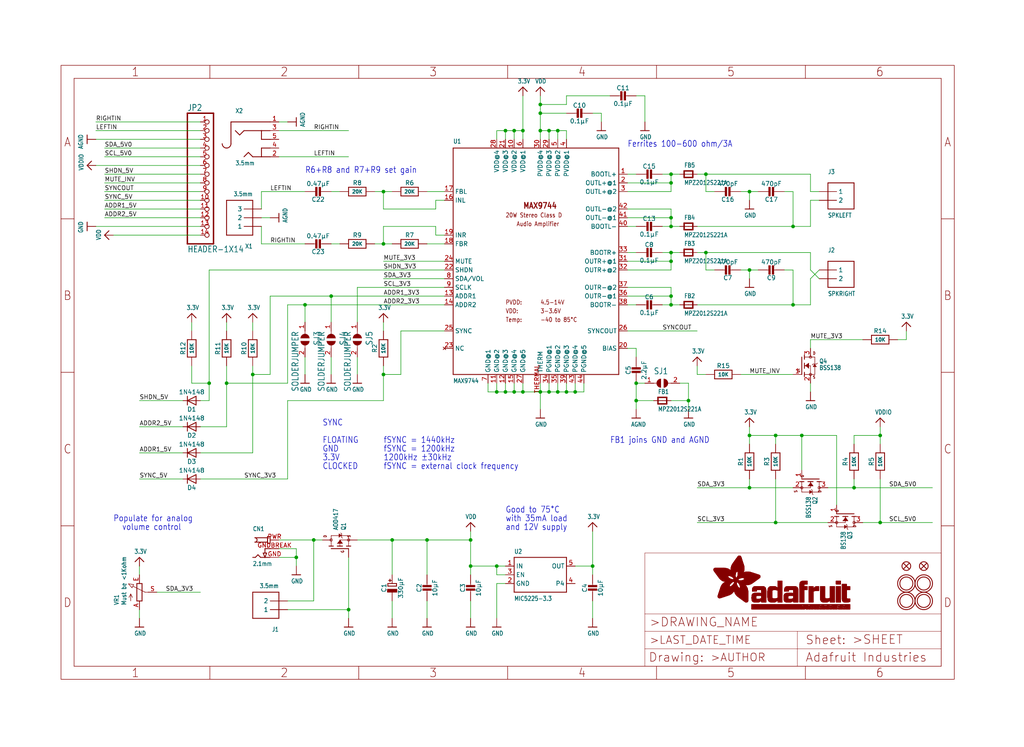
<source format=kicad_sch>
(kicad_sch (version 20211123) (generator eeschema)
  (paper "User" 298.45 217.881)
  (lib_symbols
    (symbol "eagleSchem-eagle-import:3.3V" (power)
      (property "Value" "3.3V" (at -1.524 1.016 0))
      (symbol "3.3V_1_0"
        (pin power_in line (at 0 -2.54 90) (length 2.54) (name "3.3V") (number "1"))
      )
    )
    (symbol "eagleSchem-eagle-import:AGND" (power)
      (property "Value" "AGND" (at -1.524 -2.54 0))
      (symbol "AGND_1_0"
        (pin power_in line (at 0 2.54 270) (length 2.54) (name "AGND") (number "1"))
      )
    )
    (symbol "eagleSchem-eagle-import:AUDIOAMP_MAX9744"
      (property "Reference" "U" (at -25.4 34.29 0))
      (property "Value" "AUDIOAMP_MAX9744" (at -25.4 -35.56 0))
      (symbol "AUDIOAMP_MAX9744_1_0"
        (text "-40 to 85°C" (at 0 -17.78 0) (effects (font (size 1.27 1.0795)) (justify left bottom)))
        (text "20W Stereo Class D" (at -10.16 12.7 0) (effects (font (size 1.27 1.0795)) (justify left bottom)))
        (text "3-3.6V" (at 0 -15.24 0) (effects (font (size 1.27 1.0795)) (justify left bottom)))
        (text "4.5-14V" (at 0 -12.7 0) (effects (font (size 1.27 1.0795)) (justify left bottom)))
        (text "Audio Amplifier" (at -6.985 10.16 0) (effects (font (size 1.27 1.0795)) (justify left bottom)))
        (text "MAX9744" (at -5.08 15.24 0) (effects (font (size 1.6764 1.4249) (thickness 0.285) bold) (justify left bottom)))
        (text "PVDD:" (at -10.16 -12.7 0) (effects (font (size 1.27 1.0795)) (justify left bottom)))
        (text "Temp:" (at -10.16 -17.78 0) (effects (font (size 1.27 1.0795)) (justify left bottom)))
        (text "VDD:" (at -10.16 -15.24 0) (effects (font (size 1.27 1.0795)) (justify left bottom)))
        (pin bidirectional line (at 25.4 25.4 180) (length 2.54) (name "BOOTL+") (number "1"))
        (pin power_in line (at -7.62 35.56 270) (length 2.54) (name "VDD@2") (number "10"))
        (pin power_in line (at -12.7 -35.56 90) (length 2.54) (name "GND@2") (number "11"))
        (pin power_in line (at -10.16 -35.56 90) (length 2.54) (name "GND@3") (number "12"))
        (pin input line (at -27.94 -10.16 0) (length 2.54) (name "ADDR1") (number "13"))
        (pin input line (at -27.94 -12.7 0) (length 2.54) (name "ADDR2") (number "14"))
        (pin power_in line (at -7.62 -35.56 90) (length 2.54) (name "GND@4") (number "15"))
        (pin input line (at -27.94 17.78 0) (length 2.54) (name "INL") (number "16"))
        (pin bidirectional line (at -27.94 20.32 0) (length 2.54) (name "FBL") (number "17"))
        (pin bidirectional line (at -27.94 5.08 0) (length 2.54) (name "FBR") (number "18"))
        (pin input line (at -27.94 7.62 0) (length 2.54) (name "INR") (number "19"))
        (pin output line (at 25.4 22.86 180) (length 2.54) (name "OUTL+@1") (number "2"))
        (pin bidirectional line (at 25.4 -25.4 180) (length 2.54) (name "BIAS") (number "20"))
        (pin power_in line (at -10.16 35.56 270) (length 2.54) (name "VDD@3") (number "21"))
        (pin input line (at -27.94 -2.54 0) (length 2.54) (name "SHDN") (number "22"))
        (pin no_connect line (at -27.94 -25.4 0) (length 2.54) (name "NC") (number "23"))
        (pin input line (at -27.94 0 0) (length 2.54) (name "MUTE") (number "24"))
        (pin input line (at -27.94 -20.32 0) (length 2.54) (name "SYNC") (number "25"))
        (pin output line (at 25.4 -20.32 180) (length 2.54) (name "SYNCOUT") (number "26"))
        (pin power_in line (at -5.08 -35.56 90) (length 2.54) (name "GND@5") (number "27"))
        (pin power_in line (at -12.7 35.56 270) (length 2.54) (name "VDD@4") (number "28"))
        (pin power_in line (at 2.54 35.56 270) (length 2.54) (name "PVDD@3") (number "29"))
        (pin output line (at 25.4 20.32 180) (length 2.54) (name "OUTL+@2") (number "3"))
        (pin power_in line (at 0 35.56 270) (length 2.54) (name "PVDD@4") (number "30"))
        (pin output line (at 25.4 0 180) (length 2.54) (name "OUTR+@1") (number "31"))
        (pin output line (at 25.4 -2.54 180) (length 2.54) (name "OUTR+@2") (number "32"))
        (pin bidirectional line (at 25.4 2.54 180) (length 2.54) (name "BOOTR+") (number "33"))
        (pin power_in line (at 2.54 -35.56 90) (length 2.54) (name "PGND@1") (number "34"))
        (pin power_in line (at 5.08 -35.56 90) (length 2.54) (name "PGND@2") (number "35"))
        (pin output line (at 25.4 -10.16 180) (length 2.54) (name "OUTR-@1") (number "36"))
        (pin output line (at 25.4 -7.62 180) (length 2.54) (name "OUTR-@2") (number "37"))
        (pin bidirectional line (at 25.4 -12.7 180) (length 2.54) (name "BOOTR-") (number "38"))
        (pin power_in line (at 7.62 -35.56 90) (length 2.54) (name "PGND@3") (number "39"))
        (pin power_in line (at 7.62 35.56 270) (length 2.54) (name "PVDD@1") (number "4"))
        (pin bidirectional line (at 25.4 10.16 180) (length 2.54) (name "BOOTL-") (number "40"))
        (pin output line (at 25.4 12.7 180) (length 2.54) (name "OUTL-@1") (number "41"))
        (pin output line (at 25.4 15.24 180) (length 2.54) (name "OUTL-@2") (number "42"))
        (pin power_in line (at 10.16 -35.56 90) (length 2.54) (name "PGND@4") (number "43"))
        (pin power_in line (at 12.7 -35.56 90) (length 2.54) (name "PGND@5") (number "44"))
        (pin power_in line (at 5.08 35.56 270) (length 2.54) (name "PVDD@2") (number "5"))
        (pin power_in line (at -5.08 35.56 270) (length 2.54) (name "VDD@1") (number "6"))
        (pin power_in line (at -15.24 -35.56 90) (length 2.54) (name "GND@1") (number "7"))
        (pin bidirectional line (at -27.94 -5.08 0) (length 2.54) (name "SDA/VOL") (number "8"))
        (pin bidirectional line (at -27.94 -7.62 0) (length 2.54) (name "SCLK") (number "9"))
        (pin power_in line (at 0 -35.56 90) (length 2.54) (name "THERM") (number "THERMAL"))
      )
    )
    (symbol "eagleSchem-eagle-import:AUDIO_3.5MMJACK"
      (property "Reference" "X" (at -5.08 7.62 0))
      (property "Value" "AUDIO_3.5MMJACK" (at -5.08 -7.62 0))
      (symbol "AUDIO_3.5MMJACK_1_0"
        (pin bidirectional line (at 7.62 5.08 180) (length 2.54) (name "P$1") (number "1"))
        (pin bidirectional line (at 7.62 -5.08 180) (length 2.54) (name "P$5") (number "2"))
        (pin bidirectional line (at 7.62 2.54 180) (length 2.54) (name "P$2") (number "3"))
        (pin bidirectional line (at 7.62 -2.54 180) (length 2.54) (name "P$4") (number "4"))
        (pin bidirectional line (at 7.62 0 180) (length 2.54) (name "P$3") (number "5"))
      )
    )
    (symbol "eagleSchem-eagle-import:CAP_CERAMIC0805-NOOUTLINE"
      (property "Reference" "C" (at -2.29 1.25 90))
      (property "Value" "CAP_CERAMIC0805-NOOUTLINE" (at 2.3 1.25 90))
      (symbol "CAP_CERAMIC0805-NOOUTLINE_1_0"
        (pin passive line (at 0 5.08 270) (length 2.54) (name "1") (number "1"))
        (pin passive line (at 0 -2.54 90) (length 2.54) (name "2") (number "2"))
      )
    )
    (symbol "eagleSchem-eagle-import:CAP_ELECTROLYTICPTH_3.5MMGRID_8MMDIA"
      (property "Reference" "C" (at -2.39 1.25 90))
      (property "Value" "CAP_ELECTROLYTICPTH_3.5MMGRID_8MMDIA" (at 2.5 1.25 90))
      (symbol "CAP_ELECTROLYTICPTH_3.5MMGRID_8MMDIA_1_0"
        (pin passive line (at 0 5.08 270) (length 2.54) (name "+") (number "+"))
        (pin passive line (at 0 -2.54 90) (length 2.54) (name "-") (number "-"))
      )
    )
    (symbol "eagleSchem-eagle-import:DCBARRELSMT_CORRECT"
      (property "Reference" "X" (at -5.08 5.08 0))
      (property "Value" "DCBARRELSMT_CORRECT" (at -5.08 -5.08 0))
      (symbol "DCBARRELSMT_CORRECT_1_0"
        (pin power_in line (at 2.54 -2.54 180) (length 2.54) (name "GND") (number "GND"))
        (pin power_in line (at 2.54 0 180) (length 2.54) (name "GNDBREAK") (number "GNDBREAK"))
        (pin power_in line (at 2.54 2.54 180) (length 2.54) (name "PWR") (number "PWR"))
      )
    )
    (symbol "eagleSchem-eagle-import:DIODESOD-323"
      (property "Reference" "D" (at 0 2.54 0))
      (property "Value" "DIODESOD-323" (at 0 -2.5 0))
      (symbol "DIODESOD-323_1_0"
        (pin passive line (at -2.54 0 0) (length 2.54) (name "A") (number "A"))
        (pin passive line (at 2.54 0 180) (length 2.54) (name "C") (number "C"))
      )
    )
    (symbol "eagleSchem-eagle-import:FERRITE_0805"
      (property "Reference" "FB" (at -1.27 1.905 0))
      (property "Value" "FERRITE_0805" (at -1.27 -3.175 0))
      (symbol "FERRITE_0805_1_0"
        (pin passive line (at -2.54 0 0) (length 2.54) (name "P$1") (number "1"))
        (pin passive line (at 2.54 0 180) (length 2.54) (name "P$2") (number "2"))
      )
    )
    (symbol "eagleSchem-eagle-import:FIDUCIAL{dblquote}{dblquote}")
    (symbol "eagleSchem-eagle-import:FRAME_A4_ADAFRUIT"
      (symbol "FRAME_A4_ADAFRUIT_1_0"
        (text "1" (at 21.6958 1.905 0) (effects (font (size 2.54 2.286))))
        (text "1" (at 21.6958 177.165 0) (effects (font (size 2.54 2.286))))
        (text "2" (at 65.0875 1.905 0) (effects (font (size 2.54 2.286))))
        (text "2" (at 65.0875 177.165 0) (effects (font (size 2.54 2.286))))
        (text "3" (at 108.4792 1.905 0) (effects (font (size 2.54 2.286))))
        (text "3" (at 108.4792 177.165 0) (effects (font (size 2.54 2.286))))
        (text "4" (at 151.8708 1.905 0) (effects (font (size 2.54 2.286))))
        (text "4" (at 151.8708 177.165 0) (effects (font (size 2.54 2.286))))
        (text "5" (at 195.2625 1.905 0) (effects (font (size 2.54 2.286))))
        (text "5" (at 195.2625 177.165 0) (effects (font (size 2.54 2.286))))
        (text "6" (at 238.6542 1.905 0) (effects (font (size 2.54 2.286))))
        (text "6" (at 238.6542 177.165 0) (effects (font (size 2.54 2.286))))
        (text ">AUTHOR" (at 189.23 5.08 0) (effects (font (size 2.286 2.286)) (justify left bottom)))
        (text ">DRAWING_NAME" (at 171.45 15.24 0) (effects (font (size 2.54 2.54)) (justify left bottom)))
        (text ">LAST_DATE_TIME" (at 171.45 10.16 0) (effects (font (size 2.286 2.286)) (justify left bottom)))
        (text ">SHEET" (at 230.505 10.16 0) (effects (font (size 2.54 2.54)) (justify left bottom)))
        (text "A" (at 1.905 156.6863 0) (effects (font (size 2.54 2.286))))
        (text "A" (at 258.445 156.6863 0) (effects (font (size 2.54 2.286))))
        (text "Adafruit Industries" (at 216.916 4.953 0) (effects (font (size 2.54 2.54)) (justify left bottom)))
        (text "B" (at 1.905 111.9188 0) (effects (font (size 2.54 2.286))))
        (text "B" (at 258.445 111.9188 0) (effects (font (size 2.54 2.286))))
        (text "C" (at 1.905 67.1513 0) (effects (font (size 2.54 2.286))))
        (text "C" (at 258.445 67.1513 0) (effects (font (size 2.54 2.286))))
        (text "D" (at 1.905 22.3838 0) (effects (font (size 2.54 2.286))))
        (text "D" (at 258.445 22.3838 0) (effects (font (size 2.54 2.286))))
        (text "Drawing:" (at 171.196 4.953 0) (effects (font (size 2.54 2.54)) (justify left bottom)))
        (text "Sheet:" (at 216.916 10.033 0) (effects (font (size 2.54 2.54)) (justify left bottom)))
      )
    )
    (symbol "eagleSchem-eagle-import:GND" (power)
      (property "Value" "GND" (at -1.524 -2.54 0))
      (symbol "GND_1_0"
        (pin power_in line (at 0 2.54 270) (length 2.54) (name "GND") (number "1"))
      )
    )
    (symbol "eagleSchem-eagle-import:HEADER-1X14"
      (property "Reference" "JP" (at -6.35 20.955 0))
      (property "Value" "HEADER-1X14" (at -6.35 -20.32 0))
      (symbol "HEADER-1X14_1_0"
        (pin passive inverted (at -2.54 17.78 0) (length 2.54) (name "1") (number "1"))
        (pin passive inverted (at -2.54 -5.08 0) (length 2.54) (name "10") (number "10"))
        (pin passive inverted (at -2.54 -7.62 0) (length 2.54) (name "11") (number "11"))
        (pin passive inverted (at -2.54 -10.16 0) (length 2.54) (name "12") (number "12"))
        (pin passive inverted (at -2.54 -12.7 0) (length 2.54) (name "13") (number "13"))
        (pin passive inverted (at -2.54 -15.24 0) (length 2.54) (name "14") (number "14"))
        (pin passive inverted (at -2.54 15.24 0) (length 2.54) (name "2") (number "2"))
        (pin passive inverted (at -2.54 12.7 0) (length 2.54) (name "3") (number "3"))
        (pin passive inverted (at -2.54 10.16 0) (length 2.54) (name "4") (number "4"))
        (pin passive inverted (at -2.54 7.62 0) (length 2.54) (name "5") (number "5"))
        (pin passive inverted (at -2.54 5.08 0) (length 2.54) (name "6") (number "6"))
        (pin passive inverted (at -2.54 2.54 0) (length 2.54) (name "7") (number "7"))
        (pin passive inverted (at -2.54 0 0) (length 2.54) (name "8") (number "8"))
        (pin passive inverted (at -2.54 -2.54 0) (length 2.54) (name "9") (number "9"))
      )
    )
    (symbol "eagleSchem-eagle-import:MOSFET-NWIDE"
      (property "Reference" "Q" (at 5.08 0.635 0))
      (property "Value" "MOSFET-NWIDE" (at 5.08 -1.27 0))
      (symbol "MOSFET-NWIDE_1_0"
        (text "D" (at 3.175 3.175 0) (effects (font (size 0.8128 0.6908)) (justify left bottom)))
        (text "G" (at -1.27 -1.905 0) (effects (font (size 0.8128 0.6908)) (justify left bottom)))
        (text "S" (at 3.175 -3.81 0) (effects (font (size 0.8128 0.6908)) (justify left bottom)))
        (pin bidirectional line (at -2.54 -2.54 0) (length 2.54) (name "G") (number "1"))
        (pin bidirectional line (at 2.54 -5.08 90) (length 2.54) (name "S") (number "2"))
        (pin bidirectional line (at 2.54 5.08 270) (length 2.54) (name "D") (number "3"))
      )
    )
    (symbol "eagleSchem-eagle-import:MOSFET-PTO252"
      (property "Reference" "Q" (at 2.794 0.381 0))
      (property "Value" "MOSFET-PTO252" (at 2.794 -1.905 0))
      (symbol "MOSFET-PTO252_1_0"
        (text "D" (at 0.635 -3.81 0) (effects (font (size 0.8128 0.6908)) (justify left bottom)))
        (text "G" (at -3.81 1.27 0) (effects (font (size 0.8128 0.6908)) (justify left bottom)))
        (text "S" (at 0.635 3.175 0) (effects (font (size 0.8128 0.6908)) (justify left bottom)))
        (pin passive line (at -5.08 2.54 0) (length 2.54) (name "G") (number "1"))
        (pin passive line (at 0 5.08 270) (length 2.54) (name "S") (number "2"))
        (pin passive line (at 0 -5.08 90) (length 2.54) (name "D") (number "3"))
      )
    )
    (symbol "eagleSchem-eagle-import:MOUNTINGHOLE2.5_THICK")
    (symbol "eagleSchem-eagle-import:RESISTOR0805_NOOUTLINE"
      (property "Reference" "R" (at 0 2.54 0))
      (property "Value" "RESISTOR0805_NOOUTLINE" (at 0 0 0))
      (symbol "RESISTOR0805_NOOUTLINE_1_0"
        (pin passive line (at -5.08 0 0) (length 2.54) (name "1") (number "1"))
        (pin passive line (at 5.08 0 180) (length 2.54) (name "2") (number "2"))
      )
    )
    (symbol "eagleSchem-eagle-import:RESISTOR_0805MP"
      (property "Reference" "R" (at 0 2.54 0))
      (property "Value" "RESISTOR_0805MP" (at 0 0 0))
      (symbol "RESISTOR_0805MP_1_0"
        (pin passive line (at -5.08 0 0) (length 2.54) (name "1") (number "1"))
        (pin passive line (at 5.08 0 180) (length 2.54) (name "2") (number "2"))
      )
    )
    (symbol "eagleSchem-eagle-import:SOLDERJUMPER"
      (property "Reference" "SJ" (at -2.54 2.54 0))
      (property "Value" "SOLDERJUMPER" (at -2.54 -3.81 0))
      (symbol "SOLDERJUMPER_1_0"
        (pin passive line (at -5.08 0 0) (length 2.54) (name "1") (number "1"))
        (pin passive line (at 5.08 0 180) (length 2.54) (name "2") (number "2"))
      )
    )
    (symbol "eagleSchem-eagle-import:TERMBLOCK_1X2"
      (property "Reference" "X" (at -2.54 7.62 0))
      (property "Value" "TERMBLOCK_1X2" (at -2.54 -5.08 0))
      (symbol "TERMBLOCK_1X2_1_0"
        (pin passive line (at -5.08 2.54 0) (length 5.08) (name "1") (number "1"))
        (pin passive line (at -5.08 0 0) (length 5.08) (name "2") (number "2"))
      )
    )
    (symbol "eagleSchem-eagle-import:TERMBLOCK_1X3"
      (property "Reference" "X" (at -2.54 7.62 0))
      (property "Value" "TERMBLOCK_1X3" (at -2.54 -7.62 0))
      (symbol "TERMBLOCK_1X3_1_0"
        (pin passive line (at -5.08 2.54 0) (length 5.08) (name "1") (number "1"))
        (pin passive line (at -5.08 0 0) (length 5.08) (name "2") (number "2"))
        (pin passive line (at -5.08 -2.54 0) (length 5.08) (name "3") (number "3"))
      )
    )
    (symbol "eagleSchem-eagle-import:TRIMPOT100MIL"
      (property "Reference" "VR" (at -5.969 -3.81 90))
      (property "Value" "TRIMPOT100MIL" (at -3.81 -3.81 90))
      (symbol "TRIMPOT100MIL_1_0"
        (pin passive line (at 0 -5.08 90) (length 2.54) (name "A") (number "A"))
        (pin passive line (at 0 5.08 270) (length 2.54) (name "E") (number "E"))
        (pin passive line (at 5.08 0 180) (length 2.54) (name "S") (number "S"))
      )
    )
    (symbol "eagleSchem-eagle-import:VDD" (power)
      (property "Value" "VDD" (at -1.524 1.016 0))
      (symbol "VDD_1_0"
        (pin power_in line (at 0 -2.54 90) (length 2.54) (name "VDD") (number "1"))
      )
    )
    (symbol "eagleSchem-eagle-import:VDDIO" (power)
      (property "Value" "VDDIO" (at -1.524 1.016 0))
      (symbol "VDDIO_1_0"
        (pin power_in line (at 0 -2.54 90) (length 2.54) (name "VDDIO") (number "1"))
      )
    )
    (symbol "eagleSchem-eagle-import:VREG_SOT23-5"
      (property "Reference" "U" (at -7.62 6.096 0))
      (property "Value" "VREG_SOT23-5" (at -7.62 -7.62 0))
      (symbol "VREG_SOT23-5_1_0"
        (pin power_in line (at -10.16 2.54 0) (length 2.54) (name "IN") (number "1"))
        (pin power_in line (at -10.16 -2.54 0) (length 2.54) (name "GND") (number "2"))
        (pin input line (at -10.16 0 0) (length 2.54) (name "EN") (number "3"))
        (pin bidirectional line (at 10.16 -2.54 180) (length 2.54) (name "P4") (number "4"))
        (pin power_in line (at 10.16 2.54 180) (length 2.54) (name "OUT") (number "5"))
      )
    )
  )
  (junction (at 101.6 177.8))
  (junction (at 96.52 86.36))
  (junction (at 195.58 86.36))
  (junction (at 172.72 165.1))
  (junction (at 137.16 165.1))
  (junction (at 88.9 88.9))
  (junction (at 256.54 127))
  (junction (at 157.48 114.3))
  (junction (at 195.58 76.2))
  (junction (at 149.86 38.1))
  (junction (at 147.32 114.3))
  (junction (at 195.58 73.66))
  (junction (at 160.02 38.1))
  (junction (at 218.44 78.74))
  (junction (at 185.42 116.84))
  (junction (at 226.06 152.4))
  (junction (at 200.66 116.84))
  (junction (at 231.14 66.04))
  (junction (at 111.76 55.88))
  (junction (at 218.44 142.24))
  (junction (at 124.46 157.48))
  (junction (at 195.58 66.04))
  (junction (at 226.06 127))
  (junction (at 195.58 63.5))
  (junction (at 205.74 50.8))
  (junction (at 162.56 114.3))
  (junction (at 111.76 71.12))
  (junction (at 205.74 73.66))
  (junction (at 157.48 38.1))
  (junction (at 185.42 111.76))
  (junction (at 256.54 152.4))
  (junction (at 73.66 109.22))
  (junction (at 248.92 142.24))
  (junction (at 165.1 114.3))
  (junction (at 233.68 127))
  (junction (at 60.96 111.76))
  (junction (at 157.48 30.48))
  (junction (at 66.04 111.76))
  (junction (at 147.32 38.1))
  (junction (at 231.14 88.9))
  (junction (at 195.58 50.8))
  (junction (at 160.02 114.3))
  (junction (at 167.64 114.3))
  (junction (at 195.58 88.9))
  (junction (at 157.48 33.02))
  (junction (at 149.86 114.3))
  (junction (at 114.3 157.48))
  (junction (at 195.58 53.34))
  (junction (at 144.78 114.3))
  (junction (at 86.36 162.56))
  (junction (at 137.16 157.48))
  (junction (at 91.44 157.48))
  (junction (at 144.78 165.1))
  (junction (at 152.4 114.3))
  (junction (at 152.4 38.1))
  (junction (at 218.44 55.88))
  (junction (at 111.76 109.22))
  (junction (at 162.56 38.1))
  (junction (at 218.44 127))
  (wire (pts (xy 231.14 88.9) (xy 231.14 78.74)))
  (wire (pts (xy 58.42 38.1) (xy 27.94 38.1)))
  (wire (pts (xy 58.42 58.42) (xy 30.48 58.42)))
  (wire (pts (xy 236.22 88.9) (xy 236.22 81.28)))
  (wire (pts (xy 243.84 127) (xy 233.68 127)))
  (wire (pts (xy 81.28 160.02) (xy 86.36 160.02)))
  (wire (pts (xy 137.16 165.1) (xy 137.16 167.64)))
  (wire (pts (xy 195.58 78.74) (xy 195.58 76.2)))
  (wire (pts (xy 185.42 27.94) (xy 187.96 27.94)))
  (wire (pts (xy 218.44 78.74) (xy 218.44 81.28)))
  (wire (pts (xy 144.78 40.64) (xy 144.78 38.1)))
  (wire (pts (xy 124.46 157.48) (xy 137.16 157.48)))
  (wire (pts (xy 248.92 127) (xy 256.54 127)))
  (wire (pts (xy 218.44 129.54) (xy 218.44 127)))
  (wire (pts (xy 58.42 35.56) (xy 27.94 35.56)))
  (wire (pts (xy 147.32 167.64) (xy 144.78 167.64)))
  (wire (pts (xy 129.54 58.42) (xy 127 58.42)))
  (wire (pts (xy 162.56 114.3) (xy 160.02 114.3)))
  (wire (pts (xy 96.52 104.14) (xy 96.52 109.22)))
  (wire (pts (xy 157.48 114.3) (xy 157.48 119.38)))
  (wire (pts (xy 165.1 111.76) (xy 165.1 114.3)))
  (wire (pts (xy 129.54 86.36) (xy 96.52 86.36)))
  (wire (pts (xy 185.42 50.8) (xy 182.88 50.8)))
  (wire (pts (xy 129.54 68.58) (xy 127 68.58)))
  (wire (pts (xy 256.54 129.54) (xy 256.54 127)))
  (wire (pts (xy 27.94 48.26) (xy 58.42 48.26)))
  (wire (pts (xy 58.42 43.18) (xy 30.48 43.18)))
  (wire (pts (xy 111.76 71.12) (xy 109.22 71.12)))
  (wire (pts (xy 231.14 66.04) (xy 236.22 66.04)))
  (wire (pts (xy 58.42 60.96) (xy 30.48 60.96)))
  (wire (pts (xy 165.1 27.94) (xy 177.8 27.94)))
  (wire (pts (xy 187.96 27.94) (xy 187.96 35.56)))
  (wire (pts (xy 129.54 76.2) (xy 111.76 76.2)))
  (wire (pts (xy 218.44 78.74) (xy 220.98 78.74)))
  (wire (pts (xy 236.22 99.06) (xy 251.46 99.06)))
  (wire (pts (xy 88.9 104.14) (xy 88.9 109.22)))
  (wire (pts (xy 182.88 76.2) (xy 195.58 76.2)))
  (wire (pts (xy 215.9 55.88) (xy 218.44 55.88)))
  (wire (pts (xy 236.22 55.88) (xy 238.76 55.88)))
  (wire (pts (xy 218.44 142.24) (xy 203.2 142.24)))
  (wire (pts (xy 182.88 55.88) (xy 195.58 55.88)))
  (wire (pts (xy 73.66 109.22) (xy 73.66 106.68)))
  (wire (pts (xy 182.88 53.34) (xy 195.58 53.34)))
  (wire (pts (xy 195.58 50.8) (xy 198.12 50.8)))
  (wire (pts (xy 195.58 88.9) (xy 198.12 88.9)))
  (wire (pts (xy 203.2 88.9) (xy 231.14 88.9)))
  (wire (pts (xy 185.42 116.84) (xy 185.42 119.38)))
  (wire (pts (xy 152.4 38.1) (xy 152.4 27.94)))
  (wire (pts (xy 236.22 73.66) (xy 236.22 78.74)))
  (wire (pts (xy 187.96 111.76) (xy 185.42 111.76)))
  (wire (pts (xy 104.14 157.48) (xy 114.3 157.48)))
  (wire (pts (xy 157.48 33.02) (xy 157.48 30.48)))
  (wire (pts (xy 76.2 55.88) (xy 76.2 60.96)))
  (wire (pts (xy 53.34 116.84) (xy 40.64 116.84)))
  (wire (pts (xy 195.58 63.5) (xy 195.58 66.04)))
  (wire (pts (xy 162.56 40.64) (xy 162.56 38.1)))
  (wire (pts (xy 256.54 152.4) (xy 271.78 152.4)))
  (wire (pts (xy 129.54 81.28) (xy 111.76 81.28)))
  (wire (pts (xy 58.42 53.34) (xy 30.48 53.34)))
  (wire (pts (xy 45.72 172.72) (xy 58.42 172.72)))
  (wire (pts (xy 167.64 114.3) (xy 165.1 114.3)))
  (wire (pts (xy 157.48 38.1) (xy 157.48 33.02)))
  (wire (pts (xy 78.74 63.5) (xy 76.2 63.5)))
  (wire (pts (xy 144.78 111.76) (xy 144.78 114.3)))
  (wire (pts (xy 182.88 73.66) (xy 185.42 73.66)))
  (wire (pts (xy 114.3 157.48) (xy 124.46 157.48)))
  (wire (pts (xy 195.58 86.36) (xy 195.58 88.9)))
  (wire (pts (xy 129.54 55.88) (xy 124.46 55.88)))
  (wire (pts (xy 147.32 40.64) (xy 147.32 38.1)))
  (wire (pts (xy 114.3 55.88) (xy 111.76 55.88)))
  (wire (pts (xy 182.88 96.52) (xy 203.2 96.52)))
  (wire (pts (xy 58.42 50.8) (xy 30.48 50.8)))
  (wire (pts (xy 160.02 40.64) (xy 160.02 38.1)))
  (wire (pts (xy 182.88 60.96) (xy 195.58 60.96)))
  (wire (pts (xy 83.82 111.76) (xy 66.04 111.76)))
  (wire (pts (xy 137.16 175.26) (xy 137.16 180.34)))
  (wire (pts (xy 185.42 101.6) (xy 185.42 104.14)))
  (wire (pts (xy 205.74 109.22) (xy 203.2 109.22)))
  (wire (pts (xy 96.52 86.36) (xy 96.52 93.98)))
  (wire (pts (xy 162.56 38.1) (xy 160.02 38.1)))
  (wire (pts (xy 40.64 165.1) (xy 40.64 167.64)))
  (wire (pts (xy 165.1 30.48) (xy 165.1 27.94)))
  (wire (pts (xy 127 68.58) (xy 127 66.04)))
  (wire (pts (xy 157.48 30.48) (xy 165.1 30.48)))
  (wire (pts (xy 53.34 139.7) (xy 40.64 139.7)))
  (wire (pts (xy 91.44 157.48) (xy 91.44 175.26)))
  (wire (pts (xy 231.14 55.88) (xy 228.6 55.88)))
  (wire (pts (xy 251.46 152.4) (xy 256.54 152.4)))
  (wire (pts (xy 243.84 147.32) (xy 243.84 127)))
  (wire (pts (xy 88.9 88.9) (xy 83.82 88.9)))
  (wire (pts (xy 55.88 111.76) (xy 60.96 111.76)))
  (wire (pts (xy 241.3 142.24) (xy 248.92 142.24)))
  (wire (pts (xy 165.1 40.64) (xy 165.1 38.1)))
  (wire (pts (xy 236.22 78.74) (xy 238.76 81.28)))
  (wire (pts (xy 149.86 111.76) (xy 149.86 114.3)))
  (wire (pts (xy 195.58 73.66) (xy 198.12 73.66)))
  (wire (pts (xy 170.18 114.3) (xy 167.64 114.3)))
  (wire (pts (xy 236.22 66.04) (xy 236.22 58.42)))
  (wire (pts (xy 83.82 88.9) (xy 83.82 111.76)))
  (wire (pts (xy 66.04 96.52) (xy 66.04 93.98)))
  (wire (pts (xy 200.66 116.84) (xy 200.66 119.38)))
  (wire (pts (xy 142.24 114.3) (xy 144.78 114.3)))
  (wire (pts (xy 88.9 71.12) (xy 76.2 71.12)))
  (wire (pts (xy 248.92 142.24) (xy 271.78 142.24)))
  (wire (pts (xy 58.42 63.5) (xy 30.48 63.5)))
  (wire (pts (xy 111.76 60.96) (xy 111.76 55.88)))
  (wire (pts (xy 144.78 114.3) (xy 147.32 114.3)))
  (wire (pts (xy 160.02 114.3) (xy 157.48 114.3)))
  (wire (pts (xy 203.2 66.04) (xy 231.14 66.04)))
  (wire (pts (xy 81.28 38.1) (xy 101.6 38.1)))
  (wire (pts (xy 55.88 106.68) (xy 55.88 111.76)))
  (wire (pts (xy 185.42 66.04) (xy 182.88 66.04)))
  (wire (pts (xy 195.58 116.84) (xy 200.66 116.84)))
  (wire (pts (xy 137.16 165.1) (xy 144.78 165.1)))
  (wire (pts (xy 195.58 53.34) (xy 195.58 50.8)))
  (wire (pts (xy 58.42 45.72) (xy 30.48 45.72)))
  (wire (pts (xy 167.64 165.1) (xy 172.72 165.1)))
  (wire (pts (xy 144.78 167.64) (xy 144.78 165.1)))
  (wire (pts (xy 203.2 73.66) (xy 205.74 73.66)))
  (wire (pts (xy 160.02 111.76) (xy 160.02 114.3)))
  (wire (pts (xy 81.28 162.56) (xy 86.36 162.56)))
  (wire (pts (xy 86.36 160.02) (xy 86.36 162.56)))
  (wire (pts (xy 218.44 55.88) (xy 218.44 58.42)))
  (wire (pts (xy 195.58 76.2) (xy 195.58 73.66)))
  (wire (pts (xy 149.86 114.3) (xy 152.4 114.3)))
  (wire (pts (xy 205.74 55.88) (xy 208.28 55.88)))
  (wire (pts (xy 60.96 111.76) (xy 60.96 116.84)))
  (wire (pts (xy 220.98 55.88) (xy 218.44 55.88)))
  (wire (pts (xy 53.34 124.46) (xy 40.64 124.46)))
  (wire (pts (xy 165.1 114.3) (xy 162.56 114.3)))
  (wire (pts (xy 200.66 111.76) (xy 200.66 116.84)))
  (wire (pts (xy 236.22 101.6) (xy 236.22 99.06)))
  (wire (pts (xy 144.78 165.1) (xy 147.32 165.1)))
  (wire (pts (xy 198.12 111.76) (xy 200.66 111.76)))
  (wire (pts (xy 33.02 68.58) (xy 58.42 68.58)))
  (wire (pts (xy 231.14 78.74) (xy 228.6 78.74)))
  (wire (pts (xy 157.48 30.48) (xy 157.48 27.94)))
  (wire (pts (xy 226.06 127) (xy 218.44 127)))
  (wire (pts (xy 160.02 38.1) (xy 157.48 38.1)))
  (wire (pts (xy 111.76 109.22) (xy 116.84 109.22)))
  (wire (pts (xy 231.14 88.9) (xy 236.22 88.9)))
  (wire (pts (xy 149.86 38.1) (xy 152.4 38.1)))
  (wire (pts (xy 195.58 66.04) (xy 198.12 66.04)))
  (wire (pts (xy 147.32 111.76) (xy 147.32 114.3)))
  (wire (pts (xy 172.72 165.1) (xy 172.72 154.94)))
  (wire (pts (xy 88.9 88.9) (xy 88.9 93.98)))
  (wire (pts (xy 127 60.96) (xy 111.76 60.96)))
  (wire (pts (xy 203.2 50.8) (xy 205.74 50.8)))
  (wire (pts (xy 226.06 152.4) (xy 203.2 152.4)))
  (wire (pts (xy 73.66 96.52) (xy 73.66 93.98)))
  (wire (pts (xy 182.88 78.74) (xy 195.58 78.74)))
  (wire (pts (xy 218.44 127) (xy 218.44 124.46)))
  (wire (pts (xy 195.58 55.88) (xy 195.58 53.34)))
  (wire (pts (xy 256.54 152.4) (xy 256.54 139.7)))
  (wire (pts (xy 60.96 116.84) (xy 58.42 116.84)))
  (wire (pts (xy 205.74 50.8) (xy 236.22 50.8)))
  (wire (pts (xy 147.32 38.1) (xy 149.86 38.1)))
  (wire (pts (xy 241.3 152.4) (xy 226.06 152.4)))
  (wire (pts (xy 137.16 154.94) (xy 137.16 157.48)))
  (wire (pts (xy 182.88 101.6) (xy 185.42 101.6)))
  (wire (pts (xy 83.82 177.8) (xy 101.6 177.8)))
  (wire (pts (xy 226.06 129.54) (xy 226.06 127)))
  (wire (pts (xy 81.28 35.56) (xy 83.82 35.56)))
  (wire (pts (xy 55.88 93.98) (xy 55.88 96.52)))
  (wire (pts (xy 231.14 142.24) (xy 218.44 142.24)))
  (wire (pts (xy 215.9 78.74) (xy 218.44 78.74)))
  (wire (pts (xy 185.42 111.76) (xy 185.42 116.84)))
  (wire (pts (xy 172.72 165.1) (xy 172.72 167.64)))
  (wire (pts (xy 157.48 111.76) (xy 157.48 114.3)))
  (wire (pts (xy 116.84 109.22) (xy 116.84 96.52)))
  (wire (pts (xy 88.9 55.88) (xy 76.2 55.88)))
  (wire (pts (xy 205.74 73.66) (xy 236.22 73.66)))
  (wire (pts (xy 231.14 66.04) (xy 231.14 55.88)))
  (wire (pts (xy 152.4 40.64) (xy 152.4 38.1)))
  (wire (pts (xy 114.3 157.48) (xy 114.3 167.64)))
  (wire (pts (xy 205.74 78.74) (xy 208.28 78.74)))
  (wire (pts (xy 170.18 111.76) (xy 170.18 114.3)))
  (wire (pts (xy 96.52 86.36) (xy 78.74 86.36)))
  (wire (pts (xy 127 58.42) (xy 127 60.96)))
  (wire (pts (xy 157.48 33.02) (xy 165.1 33.02)))
  (wire (pts (xy 91.44 157.48) (xy 93.98 157.48)))
  (wire (pts (xy 182.88 86.36) (xy 195.58 86.36)))
  (wire (pts (xy 101.6 177.8) (xy 101.6 180.34)))
  (wire (pts (xy 129.54 83.82) (xy 104.14 83.82)))
  (wire (pts (xy 66.04 124.46) (xy 58.42 124.46)))
  (wire (pts (xy 78.74 109.22) (xy 73.66 109.22)))
  (wire (pts (xy 78.74 86.36) (xy 78.74 109.22)))
  (wire (pts (xy 111.76 96.52) (xy 111.76 93.98)))
  (wire (pts (xy 137.16 157.48) (xy 137.16 165.1)))
  (wire (pts (xy 60.96 78.74) (xy 129.54 78.74)))
  (wire (pts (xy 195.58 73.66) (xy 193.04 73.66)))
  (wire (pts (xy 264.16 99.06) (xy 264.16 96.52)))
  (wire (pts (xy 175.26 33.02) (xy 175.26 35.56)))
  (wire (pts (xy 114.3 175.26) (xy 114.3 180.34)))
  (wire (pts (xy 147.32 114.3) (xy 149.86 114.3)))
  (wire (pts (xy 195.58 83.82) (xy 195.58 86.36)))
  (wire (pts (xy 101.6 177.8) (xy 101.6 162.56)))
  (wire (pts (xy 195.58 66.04) (xy 193.04 66.04)))
  (wire (pts (xy 104.14 83.82) (xy 104.14 93.98)))
  (wire (pts (xy 152.4 111.76) (xy 152.4 114.3)))
  (wire (pts (xy 104.14 104.14) (xy 104.14 109.22)))
  (wire (pts (xy 27.94 66.04) (xy 58.42 66.04)))
  (wire (pts (xy 205.74 73.66) (xy 205.74 78.74)))
  (wire (pts (xy 233.68 127) (xy 226.06 127)))
  (wire (pts (xy 226.06 139.7) (xy 226.06 152.4)))
  (wire (pts (xy 256.54 127) (xy 256.54 124.46)))
  (wire (pts (xy 111.76 71.12) (xy 114.3 71.12)))
  (wire (pts (xy 261.62 99.06) (xy 264.16 99.06)))
  (wire (pts (xy 231.14 109.22) (xy 215.9 109.22)))
  (wire (pts (xy 162.56 111.76) (xy 162.56 114.3)))
  (wire (pts (xy 111.76 66.04) (xy 111.76 71.12)))
  (wire (pts (xy 248.92 142.24) (xy 248.92 139.7)))
  (wire (pts (xy 116.84 96.52) (xy 129.54 96.52)))
  (wire (pts (xy 233.68 137.16) (xy 233.68 127)))
  (wire (pts (xy 144.78 38.1) (xy 147.32 38.1)))
  (wire (pts (xy 111.76 109.22) (xy 111.76 106.68)))
  (wire (pts (xy 152.4 114.3) (xy 157.48 114.3)))
  (wire (pts (xy 172.72 33.02) (xy 175.26 33.02)))
  (wire (pts (xy 111.76 116.84) (xy 83.82 116.84)))
  (wire (pts (xy 83.82 139.7) (xy 58.42 139.7)))
  (wire (pts (xy 157.48 40.64) (xy 157.48 38.1)))
  (wire (pts (xy 73.66 132.08) (xy 58.42 132.08)))
  (wire (pts (xy 195.58 50.8) (xy 193.04 50.8)))
  (wire (pts (xy 149.86 40.64) (xy 149.86 38.1)))
  (wire (pts (xy 58.42 55.88) (xy 30.48 55.88)))
  (wire (pts (xy 60.96 111.76) (xy 60.96 78.74)))
  (wire (pts (xy 53.34 132.08) (xy 40.64 132.08)))
  (wire (pts (xy 182.88 63.5) (xy 195.58 63.5)))
  (wire (pts (xy 58.42 40.64) (xy 27.94 40.64)))
  (wire (pts (xy 205.74 50.8) (xy 205.74 55.88)))
  (wire (pts (xy 99.06 55.88) (xy 96.52 55.88)))
  (wire (pts (xy 144.78 170.18) (xy 144.78 180.34)))
  (wire (pts (xy 111.76 55.88) (xy 109.22 55.88)))
  (wire (pts (xy 111.76 109.22) (xy 111.76 116.84)))
  (wire (pts (xy 195.58 60.96) (xy 195.58 63.5)))
  (wire (pts (xy 236.22 50.8) (xy 236.22 55.88)))
  (wire (pts (xy 124.46 175.26) (xy 124.46 180.34)))
  (wire (pts (xy 66.04 111.76) (xy 66.04 106.68)))
  (wire (pts (xy 83.82 175.26) (xy 91.44 175.26)))
  (wire (pts (xy 99.06 71.12) (xy 96.52 71.12)))
  (wire (pts (xy 185.42 116.84) (xy 190.5 116.84)))
  (wire (pts (xy 142.24 111.76) (xy 142.24 114.3)))
  (wire (pts (xy 81.28 157.48) (xy 91.44 157.48)))
  (wire (pts (xy 203.2 109.22) (xy 203.2 106.68)))
  (wire (pts (xy 172.72 175.26) (xy 172.72 180.34)))
  (wire (pts (xy 129.54 88.9) (xy 88.9 88.9)))
  (wire (pts (xy 182.88 88.9) (xy 185.42 88.9)))
  (wire (pts (xy 218.44 139.7) (xy 218.44 142.24)))
  (wire (pts (xy 182.88 83.82) (xy 195.58 83.82)))
  (wire (pts (xy 165.1 38.1) (xy 162.56 38.1)))
  (wire (pts (xy 83.82 116.84) (xy 83.82 139.7)))
  (wire (pts (xy 236.22 58.42) (xy 238.76 58.42)))
  (wire (pts (xy 81.28 45.72) (xy 101.6 45.72)))
  (wire (pts (xy 195.58 88.9) (xy 193.04 88.9)))
  (wire (pts (xy 248.92 129.54) (xy 248.92 127)))
  (wire (pts (xy 147.32 170.18) (xy 144.78 170.18)))
  (wire (pts (xy 76.2 66.04) (xy 76.2 71.12)))
  (wire (pts (xy 236.22 81.28) (xy 238.76 78.74)))
  (wire (pts (xy 129.54 71.12) (xy 124.46 71.12)))
  (wire (pts (xy 40.64 177.8) (xy 40.64 180.34)))
  (wire (pts (xy 73.66 109.22) (xy 73.66 132.08)))
  (wire (pts (xy 236.22 111.76) (xy 236.22 114.3)))
  (wire (pts (xy 167.64 111.76) (xy 167.64 114.3)))
  (wire (pts (xy 86.36 162.56) (xy 86.36 165.1)))
  (wire (pts (xy 127 66.04) (xy 111.76 66.04)))
  (wire (pts (xy 66.04 111.76) (xy 66.04 124.46)))
  (wire (pts (xy 124.46 157.48) (xy 124.46 167.64)))
  (text "FLOATING" (at 93.98 129.54 180) (effects (font (size 1.778 1.5113)) (justify left bottom)))
  (text "GND" (at 93.98 132.08 180) (effects (font (size 1.778 1.5113)) (justify left bottom)))
  (text "fSYNC = 1200kHz" (at 111.76 132.08 180) (effects (font (size 1.778 1.5113)) (justify left bottom)))
  (text "and 12V supply" (at 147.32 154.94 180) (effects (font (size 1.778 1.5113)) (justify left bottom)))
  (text "3.3V" (at 93.98 134.62 180) (effects (font (size 1.778 1.5113)) (justify left bottom)))
  (text "fSYNC = external clock frequency" (at 111.76 137.16 180) (effects (font (size 1.778 1.5113)) (justify left bottom)))
  (text "1200kHz ±30kHz" (at 111.76 134.62 180) (effects (font (size 1.778 1.5113)) (justify left bottom)))
  (text "Ferrites 100-600 ohm/3A" (at 182.88 43.18 180) (effects (font (size 1.778 1.5113)) (justify left bottom)))
  (text "Populate for analog" (at 33.02 152.4 180) (effects (font (size 1.778 1.5113)) (justify left bottom)))
  (text "volume control" (at 35.56 154.94 180) (effects (font (size 1.778 1.5113)) (justify left bottom)))
  (text "SYNC" (at 93.98 124.46 180) (effects (font (size 1.778 1.5113)) (justify left bottom)))
  (text "Good to 75°C" (at 147.32 149.86 180) (effects (font (size 1.778 1.5113)) (justify left bottom)))
  (text "CLOCKED" (at 93.98 137.16 180) (effects (font (size 1.778 1.5113)) (justify left bottom)))
  (text "R6+R8 and R7+R9 set gain" (at 88.9 50.8 180) (effects (font (size 1.778 1.5113)) (justify left bottom)))
  (text "with 35mA load" (at 147.32 152.4 180) (effects (font (size 1.778 1.5113)) (justify left bottom)))
  (text "FB1 joins GND and AGND" (at 177.8 129.54 180) (effects (font (size 1.778 1.5113)) (justify left bottom)))
  (text "fSYNC = 1440kHz" (at 111.76 129.54 180) (effects (font (size 1.778 1.5113)) (justify left bottom)))
  (label "SCL_3V3" (at 111.76 83.82 0) (effects (font (size 1.2446 1.2446))))
  (label "ADDR2_5V" (at 30.48 63.5 0) (effects (font (size 1.2446 1.2446))))
  (label "SYNC_5V" (at 40.64 139.7 0) (effects (font (size 1.2446 1.2446))))
  (label "SCL_5V0" (at 259.08 152.4 0) (effects (font (size 1.2446 1.2446))))
  (label "SHDN_5V" (at 30.48 50.8 0) (effects (font (size 1.2446 1.2446))))
  (label "MUTE_INV" (at 218.44 109.22 0) (effects (font (size 1.2446 1.2446))))
  (label "SDA_3V3" (at 48.26 172.72 0) (effects (font (size 1.2446 1.2446))))
  (label "SCL_5V0" (at 30.48 45.72 0) (effects (font (size 1.2446 1.2446))))
  (label "MUTE_INV" (at 30.48 53.34 0) (effects (font (size 1.2446 1.2446))))
  (label "SDA_5V0" (at 30.48 43.18 0) (effects (font (size 1.2446 1.2446))))
  (label "SYNC_5V" (at 30.48 58.42 0) (effects (font (size 1.2446 1.2446))))
  (label "MUTE_3V3" (at 111.76 76.2 0) (effects (font (size 1.2446 1.2446))))
  (label "ADDR2_3V3" (at 111.76 88.9 0) (effects (font (size 1.2446 1.2446))))
  (label "SYNCOUT" (at 193.04 96.52 0) (effects (font (size 1.2446 1.2446))))
  (label "SYNC_3V3" (at 71.12 139.7 0) (effects (font (size 1.2446 1.2446))))
  (label "LEFTIN" (at 78.74 55.88 0) (effects (font (size 1.2446 1.2446))))
  (label "SDA_5V0" (at 259.08 142.24 0) (effects (font (size 1.2446 1.2446))))
  (label "MUTE_3V3" (at 236.22 99.06 0) (effects (font (size 1.2446 1.2446))))
  (label "ADDR1_5V" (at 40.64 132.08 0) (effects (font (size 1.2446 1.2446))))
  (label "ADDR2_5V" (at 40.64 124.46 0) (effects (font (size 1.2446 1.2446))))
  (label "LEFTIN" (at 27.94 38.1 0) (effects (font (size 1.2446 1.2446))))
  (label "ADDR1_3V3" (at 111.76 86.36 0) (effects (font (size 1.2446 1.2446))))
  (label "SDA_3V3" (at 111.76 81.28 0) (effects (font (size 1.2446 1.2446))))
  (label "SHDN_3V3" (at 111.76 78.74 0) (effects (font (size 1.2446 1.2446))))
  (label "RIGHTIN" (at 27.94 35.56 0) (effects (font (size 1.2446 1.2446))))
  (label "SHDN_5V" (at 40.64 116.84 0) (effects (font (size 1.2446 1.2446))))
  (label "SDA_3V3" (at 203.2 142.24 0) (effects (font (size 1.2446 1.2446))))
  (label "SCL_3V3" (at 203.2 152.4 0) (effects (font (size 1.2446 1.2446))))
  (label "ADDR1_5V" (at 30.48 60.96 0) (effects (font (size 1.2446 1.2446))))
  (label "RIGHTIN" (at 91.44 38.1 0) (effects (font (size 1.2446 1.2446))))
  (label "LEFTIN" (at 91.44 45.72 0) (effects (font (size 1.2446 1.2446))))
  (label "SYNCOUT" (at 30.48 55.88 0) (effects (font (size 1.2446 1.2446))))
  (label "RIGHTIN" (at 78.74 71.12 0) (effects (font (size 1.2446 1.2446))))
  (symbol (lib_id "eagleSchem-eagle-import:RESISTOR0805_NOOUTLINE") (at 248.92 134.62 90) (unit 1)
    (property "Reference" "R4" (at 246.38 134.62 0))
    (property "Value" "10K" (at 248.92 134.62 0) (effects (font (size 1.016 1.016) bold)))
    (property "Footprint" "eagleSchem:0805-NO" (effects hide))
  )
  (symbol (lib_id "eagleSchem-eagle-import:DIODESOD-323") (at 55.88 132.08 180) (unit 1)
    (property "Reference" "D3" (at 55.88 134.62 0))
    (property "Value" "1N4148" (at 55.88 129.58 0))
    (property "Footprint" "eagleSchem:SOD-323" (effects hide))
  )
  (symbol (lib_id "eagleSchem-eagle-import:RESISTOR0805_NOOUTLINE") (at 256.54 134.62 90) (unit 1)
    (property "Reference" "R5" (at 254 134.62 0))
    (property "Value" "10K" (at 256.54 134.62 0) (effects (font (size 1.016 1.016) bold)))
    (property "Footprint" "eagleSchem:0805-NO" (effects hide))
  )
  (symbol (lib_id "eagleSchem-eagle-import:RESISTOR_0805MP") (at 111.76 101.6 90) (unit 1)
    (property "Reference" "R2" (at 109.22 101.6 0))
    (property "Value" "10K" (at 111.76 101.6 0) (effects (font (size 1.016 1.016) bold)))
    (property "Footprint" "eagleSchem:_0805MP" (effects hide))
  )
  (symbol (lib_id "eagleSchem-eagle-import:FERRITE_0805") (at 200.66 88.9 0) (unit 1)
    (property "Reference" "FB2" (at 199.39 86.995 0) (effects (font (size 1.27 1.0795)) (justify left bottom)))
    (property "Value" "MPZ2012S221A" (at 199.39 92.075 0) (effects (font (size 1.27 1.0795)) (justify left bottom)))
    (property "Footprint" "eagleSchem:_0805" (effects hide))
  )
  (symbol (lib_id "eagleSchem-eagle-import:SOLDERJUMPER") (at 104.14 99.06 270) (unit 1)
    (property "Reference" "SJ5" (at 106.68 96.52 0) (effects (font (size 1.778 1.5113)) (justify left bottom)))
    (property "Value" "SOLDERJUMPER" (at 100.33 96.52 0) (effects (font (size 1.778 1.5113)) (justify left bottom)))
    (property "Footprint" "eagleSchem:SOLDERJUMPER_ARROW_NOPASTE" (effects hide))
  )
  (symbol (lib_id "eagleSchem-eagle-import:VDD") (at 157.48 25.4 0) (unit 1)
    (property "Reference" "#U$3" (effects hide))
    (property "Value" "VDD" (at 155.956 24.384 0) (effects (font (size 1.27 1.0795)) (justify left bottom)))
    (property "Footprint" "eagleSchem:" (effects hide))
  )
  (symbol (lib_id "eagleSchem-eagle-import:TERMBLOCK_1X2") (at 78.74 175.26 180) (unit 1)
    (property "Reference" "J1" (at 81.28 182.88 0) (effects (font (size 1.27 1.0795)) (justify left bottom)))
    (property "Value" "3.5mm" (at 81.28 170.18 0) (effects (font (size 1.27 1.0795)) (justify left bottom)))
    (property "Footprint" "eagleSchem:TERMBLOCK_1X2-3.5MM" (effects hide))
  )
  (symbol (lib_id "eagleSchem-eagle-import:3.3V") (at 73.66 91.44 0) (unit 1)
    (property "Reference" "#U$17" (effects hide))
    (property "Value" "3.3V" (at 72.136 90.424 0) (effects (font (size 1.27 1.0795)) (justify left bottom)))
    (property "Footprint" "eagleSchem:" (effects hide))
  )
  (symbol (lib_id "eagleSchem-eagle-import:RESISTOR0805_NOOUTLINE") (at 119.38 71.12 0) (unit 1)
    (property "Reference" "R7" (at 119.38 68.58 0))
    (property "Value" "20K" (at 119.38 71.12 0) (effects (font (size 1.016 1.016) bold)))
    (property "Footprint" "eagleSchem:0805-NO" (effects hide))
  )
  (symbol (lib_id "eagleSchem-eagle-import:RESISTOR0805_NOOUTLINE") (at 55.88 101.6 90) (unit 1)
    (property "Reference" "R12" (at 53.34 101.6 0))
    (property "Value" "10K" (at 55.88 101.6 0) (effects (font (size 1.016 1.016) bold)))
    (property "Footprint" "eagleSchem:0805-NO" (effects hide))
  )
  (symbol (lib_id "eagleSchem-eagle-import:VREG_SOT23-5") (at 157.48 167.64 0) (unit 1)
    (property "Reference" "U2" (at 149.86 161.544 0) (effects (font (size 1.27 1.0795)) (justify left bottom)))
    (property "Value" "MIC5225-3.3" (at 149.86 175.26 0) (effects (font (size 1.27 1.0795)) (justify left bottom)))
    (property "Footprint" "eagleSchem:SOT23-5" (effects hide))
  )
  (symbol (lib_id "eagleSchem-eagle-import:GND") (at 114.3 182.88 0) (unit 1)
    (property "Reference" "#U$8" (effects hide))
    (property "Value" "GND" (at 112.776 185.42 0) (effects (font (size 1.27 1.0795)) (justify left bottom)))
    (property "Footprint" "eagleSchem:" (effects hide))
  )
  (symbol (lib_id "eagleSchem-eagle-import:SOLDERJUMPER") (at 88.9 99.06 270) (unit 1)
    (property "Reference" "SJ3" (at 91.44 96.52 0) (effects (font (size 1.778 1.5113)) (justify left bottom)))
    (property "Value" "SOLDERJUMPER" (at 85.09 96.52 0) (effects (font (size 1.778 1.5113)) (justify left bottom)))
    (property "Footprint" "eagleSchem:SOLDERJUMPER_ARROW_NOPASTE" (effects hide))
  )
  (symbol (lib_id "eagleSchem-eagle-import:3.3V") (at 172.72 152.4 0) (unit 1)
    (property "Reference" "#U$10" (effects hide))
    (property "Value" "3.3V" (at 171.196 151.384 0) (effects (font (size 1.27 1.0795)) (justify left bottom)))
    (property "Footprint" "eagleSchem:" (effects hide))
  )
  (symbol (lib_id "eagleSchem-eagle-import:3.3V") (at 55.88 91.44 0) (unit 1)
    (property "Reference" "#U$26" (effects hide))
    (property "Value" "3.3V" (at 54.356 90.424 0) (effects (font (size 1.27 1.0795)) (justify left bottom)))
    (property "Footprint" "eagleSchem:" (effects hide))
  )
  (symbol (lib_id "eagleSchem-eagle-import:GND") (at 101.6 182.88 0) (unit 1)
    (property "Reference" "#U$5" (effects hide))
    (property "Value" "GND" (at 100.076 185.42 0) (effects (font (size 1.27 1.0795)) (justify left bottom)))
    (property "Footprint" "eagleSchem:" (effects hide))
  )
  (symbol (lib_id "eagleSchem-eagle-import:GND") (at 124.46 182.88 0) (unit 1)
    (property "Reference" "#U$11" (effects hide))
    (property "Value" "GND" (at 122.936 185.42 0) (effects (font (size 1.27 1.0795)) (justify left bottom)))
    (property "Footprint" "eagleSchem:" (effects hide))
  )
  (symbol (lib_id "eagleSchem-eagle-import:DIODESOD-323") (at 55.88 116.84 180) (unit 1)
    (property "Reference" "D1" (at 55.88 119.38 0))
    (property "Value" "1N4148" (at 55.88 114.34 0))
    (property "Footprint" "eagleSchem:SOD-323" (effects hide))
  )
  (symbol (lib_id "eagleSchem-eagle-import:TERMBLOCK_1X2") (at 243.84 81.28 0) (unit 1)
    (property "Reference" "J2" (at 241.3 73.66 0) (effects (font (size 1.27 1.0795)) (justify left bottom)))
    (property "Value" "SPKRIGHT" (at 241.3 86.36 0) (effects (font (size 1.27 1.0795)) (justify left bottom)))
    (property "Footprint" "eagleSchem:TERMBLOCK_1X2-3.5MM" (effects hide))
  )
  (symbol (lib_id "eagleSchem-eagle-import:CAP_CERAMIC0805-NOOUTLINE") (at 172.72 172.72 0) (unit 1)
    (property "Reference" "C4" (at 170.43 171.47 90))
    (property "Value" "10µF" (at 175.02 171.47 90))
    (property "Footprint" "eagleSchem:0805-NO" (effects hide))
  )
  (symbol (lib_id "eagleSchem-eagle-import:MOSFET-NWIDE") (at 233.68 106.68 0) (unit 1)
    (property "Reference" "Q4" (at 238.76 106.045 0) (effects (font (size 1.27 1.0795)) (justify left bottom)))
    (property "Value" "BSS138" (at 238.76 107.95 0) (effects (font (size 1.27 1.0795)) (justify left bottom)))
    (property "Footprint" "eagleSchem:SOT23-WIDE" (effects hide))
  )
  (symbol (lib_id "eagleSchem-eagle-import:3.3V") (at 40.64 162.56 0) (unit 1)
    (property "Reference" "#U$20" (effects hide))
    (property "Value" "3.3V" (at 39.116 161.544 0) (effects (font (size 1.27 1.0795)) (justify left bottom)))
    (property "Footprint" "eagleSchem:" (effects hide))
  )
  (symbol (lib_id "eagleSchem-eagle-import:AGND") (at 81.28 63.5 90) (unit 1)
    (property "Reference" "#U$44" (effects hide))
    (property "Value" "AGND" (at 83.82 65.024 0) (effects (font (size 1.27 1.0795)) (justify left bottom)))
    (property "Footprint" "eagleSchem:" (effects hide))
  )
  (symbol (lib_id "eagleSchem-eagle-import:MOUNTINGHOLE2.5_THICK") (at 269.24 175.26 0) (unit 1)
    (property "Reference" "U$40" (effects hide))
    (property "Value" "MOUNTINGHOLE2.5_THICK" (effects hide))
    (property "Footprint" "eagleSchem:MOUNTINGHOLE_2.5_PLATED_THICK" (effects hide))
  )
  (symbol (lib_id "eagleSchem-eagle-import:FERRITE_0805") (at 200.66 66.04 0) (unit 1)
    (property "Reference" "FB4" (at 199.39 64.135 0) (effects (font (size 1.27 1.0795)) (justify left bottom)))
    (property "Value" "MPZ2012S221A" (at 199.39 69.215 0) (effects (font (size 1.27 1.0795)) (justify left bottom)))
    (property "Footprint" "eagleSchem:_0805" (effects hide))
  )
  (symbol (lib_id "eagleSchem-eagle-import:DCBARRELSMT_CORRECT") (at 78.74 160.02 0) (unit 1)
    (property "Reference" "CN1" (at 73.66 154.94 0) (effects (font (size 1.27 1.0795)) (justify left bottom)))
    (property "Value" "2.1mm" (at 73.66 165.1 0) (effects (font (size 1.27 1.0795)) (justify left bottom)))
    (property "Footprint" "eagleSchem:DCJACK_2MM_SMT" (effects hide))
  )
  (symbol (lib_id "eagleSchem-eagle-import:FERRITE_0805") (at 200.66 73.66 0) (unit 1)
    (property "Reference" "FB3" (at 199.39 71.755 0) (effects (font (size 1.27 1.0795)) (justify left bottom)))
    (property "Value" "MPZ2012S221A" (at 199.39 76.835 0) (effects (font (size 1.27 1.0795)) (justify left bottom)))
    (property "Footprint" "eagleSchem:_0805" (effects hide))
  )
  (symbol (lib_id "eagleSchem-eagle-import:GND") (at 40.64 182.88 0) (unit 1)
    (property "Reference" "#U$21" (effects hide))
    (property "Value" "GND" (at 39.116 185.42 0) (effects (font (size 1.27 1.0795)) (justify left bottom)))
    (property "Footprint" "eagleSchem:" (effects hide))
  )
  (symbol (lib_id "eagleSchem-eagle-import:CAP_ELECTROLYTICPTH_3.5MMGRID_8MMDIA") (at 114.3 172.72 0) (unit 1)
    (property "Reference" "C1" (at 111.91 171.47 90))
    (property "Value" "330µF" (at 116.8 171.47 90))
    (property "Footprint" "eagleSchem:CELEC_3.5MM_8MM" (effects hide))
  )
  (symbol (lib_id "eagleSchem-eagle-import:CAP_CERAMIC0805-NOOUTLINE") (at 187.96 73.66 270) (unit 1)
    (property "Reference" "C8" (at 189.21 71.37 90))
    (property "Value" "0.1µF" (at 189.21 75.96 90))
    (property "Footprint" "eagleSchem:0805-NO" (effects hide))
  )
  (symbol (lib_id "eagleSchem-eagle-import:VDDIO") (at 256.54 121.92 0) (unit 1)
    (property "Reference" "#U$23" (effects hide))
    (property "Value" "VDDIO" (at 255.016 120.904 0) (effects (font (size 1.27 1.0795)) (justify left bottom)))
    (property "Footprint" "eagleSchem:" (effects hide))
  )
  (symbol (lib_id "eagleSchem-eagle-import:DIODESOD-323") (at 55.88 139.7 180) (unit 1)
    (property "Reference" "D4" (at 55.88 142.24 0))
    (property "Value" "1N4148" (at 55.88 137.2 0))
    (property "Footprint" "eagleSchem:SOD-323" (effects hide))
  )
  (symbol (lib_id "eagleSchem-eagle-import:CAP_CERAMIC0805-NOOUTLINE") (at 226.06 78.74 90) (unit 1)
    (property "Reference" "C9" (at 224.81 81.03 90))
    (property "Value" "470pF" (at 224.81 76.44 90))
    (property "Footprint" "eagleSchem:0805-NO" (effects hide))
  )
  (symbol (lib_id "eagleSchem-eagle-import:AGND") (at 25.4 40.64 270) (unit 1)
    (property "Reference" "#U$33" (effects hide))
    (property "Value" "AGND" (at 22.86 39.116 0) (effects (font (size 1.27 1.0795)) (justify left bottom)))
    (property "Footprint" "eagleSchem:" (effects hide))
  )
  (symbol (lib_id "eagleSchem-eagle-import:FERRITE_0805") (at 193.04 116.84 0) (unit 1)
    (property "Reference" "FB1" (at 191.77 114.935 0) (effects (font (size 1.27 1.0795)) (justify left bottom)))
    (property "Value" "MPZ2012S221A" (at 191.77 120.015 0) (effects (font (size 1.27 1.0795)) (justify left bottom)))
    (property "Footprint" "eagleSchem:_0805" (effects hide))
  )
  (symbol (lib_id "eagleSchem-eagle-import:MOSFET-NWIDE") (at 246.38 149.86 270) (unit 1)
    (property "Reference" "Q3" (at 247.015 154.94 0) (effects (font (size 1.27 1.0795)) (justify left bottom)))
    (property "Value" "BS138" (at 245.11 154.94 0) (effects (font (size 1.27 1.0795)) (justify left bottom)))
    (property "Footprint" "eagleSchem:SOT23-WIDE" (effects hide))
  )
  (symbol (lib_id "eagleSchem-eagle-import:GND") (at 144.78 182.88 0) (unit 1)
    (property "Reference" "#U$9" (effects hide))
    (property "Value" "GND" (at 143.256 185.42 0) (effects (font (size 1.27 1.0795)) (justify left bottom)))
    (property "Footprint" "eagleSchem:" (effects hide))
  )
  (symbol (lib_id "eagleSchem-eagle-import:RESISTOR_0805MP") (at 66.04 101.6 90) (unit 1)
    (property "Reference" "R11" (at 63.5 101.6 0))
    (property "Value" "10K" (at 66.04 101.6 0) (effects (font (size 1.016 1.016) bold)))
    (property "Footprint" "eagleSchem:_0805MP" (effects hide))
  )
  (symbol (lib_id "eagleSchem-eagle-import:MOUNTINGHOLE2.5_THICK") (at 264.16 175.26 0) (unit 1)
    (property "Reference" "U$39" (effects hide))
    (property "Value" "MOUNTINGHOLE2.5_THICK" (effects hide))
    (property "Footprint" "eagleSchem:MOUNTINGHOLE_2.5_PLATED_THICK" (effects hide))
  )
  (symbol (lib_id "eagleSchem-eagle-import:GND") (at 88.9 111.76 0) (unit 1)
    (property "Reference" "#U$24" (effects hide))
    (property "Value" "GND" (at 87.376 114.3 0) (effects (font (size 1.27 1.0795)) (justify left bottom)))
    (property "Footprint" "eagleSchem:" (effects hide))
  )
  (symbol (lib_id "eagleSchem-eagle-import:GND") (at 218.44 83.82 0) (unit 1)
    (property "Reference" "#U$16" (effects hide))
    (property "Value" "GND" (at 216.916 86.36 0) (effects (font (size 1.27 1.0795)) (justify left bottom)))
    (property "Footprint" "eagleSchem:" (effects hide))
  )
  (symbol (lib_id "eagleSchem-eagle-import:MOUNTINGHOLE2.5_THICK") (at 269.24 170.18 0) (unit 1)
    (property "Reference" "U$29" (effects hide))
    (property "Value" "MOUNTINGHOLE2.5_THICK" (effects hide))
    (property "Footprint" "eagleSchem:MOUNTINGHOLE_2.5_PLATED_THICK" (effects hide))
  )
  (symbol (lib_id "eagleSchem-eagle-import:SOLDERJUMPER") (at 193.04 111.76 0) (unit 1)
    (property "Reference" "SJ1" (at 190.5 109.22 0) (effects (font (size 1.778 1.5113)) (justify left bottom)))
    (property "Value" "SOLDERJUMPER" (at 190.5 115.57 0) (effects (font (size 1.778 1.5113)) (justify left bottom)))
    (property "Footprint" "eagleSchem:SOLDERJUMPER_ARROW_NOPASTE" (effects hide))
    (property "Value" "SOLDERJUMPER" (effects hide))
  )
  (symbol (lib_id "eagleSchem-eagle-import:GND") (at 200.66 121.92 0) (unit 1)
    (property "Reference" "#U$15" (effects hide))
    (property "Value" "GND" (at 199.136 124.46 0) (effects (font (size 1.27 1.0795)) (justify left bottom)))
    (property "Footprint" "eagleSchem:" (effects hide))
  )
  (symbol (lib_id "eagleSchem-eagle-import:VDD") (at 137.16 152.4 0) (unit 1)
    (property "Reference" "#U$7" (effects hide))
    (property "Value" "VDD" (at 135.636 151.384 0) (effects (font (size 1.27 1.0795)) (justify left bottom)))
    (property "Footprint" "eagleSchem:" (effects hide))
  )
  (symbol (lib_id "eagleSchem-eagle-import:3.3V") (at 218.44 121.92 0) (unit 1)
    (property "Reference" "#U$22" (effects hide))
    (property "Value" "3.3V" (at 216.916 120.904 0) (effects (font (size 1.27 1.0795)) (justify left bottom)))
    (property "Footprint" "eagleSchem:" (effects hide))
  )
  (symbol (lib_id "eagleSchem-eagle-import:SOLDERJUMPER") (at 96.52 99.06 270) (unit 1)
    (property "Reference" "SJ4" (at 99.06 96.52 0) (effects (font (size 1.778 1.5113)) (justify left bottom)))
    (property "Value" "SOLDERJUMPER" (at 92.71 96.52 0) (effects (font (size 1.778 1.5113)) (justify left bottom)))
    (property "Footprint" "eagleSchem:SOLDERJUMPER_ARROW_NOPASTE" (effects hide))
  )
  (symbol (lib_id "eagleSchem-eagle-import:RESISTOR0805_NOOUTLINE") (at 104.14 55.88 0) (unit 1)
    (property "Reference" "R8" (at 104.14 53.34 0))
    (property "Value" "20K" (at 104.14 55.88 0) (effects (font (size 1.016 1.016) bold)))
    (property "Footprint" "eagleSchem:0805-NO" (effects hide))
  )
  (symbol (lib_id "eagleSchem-eagle-import:GND") (at 172.72 182.88 0) (unit 1)
    (property "Reference" "#U$13" (effects hide))
    (property "Value" "GND" (at 171.196 185.42 0) (effects (font (size 1.27 1.0795)) (justify left bottom)))
    (property "Footprint" "eagleSchem:" (effects hide))
  )
  (symbol (lib_id "eagleSchem-eagle-import:VDDIO") (at 25.4 48.26 90) (unit 1)
    (property "Reference" "#U$58" (effects hide))
    (property "Value" "VDDIO" (at 24.384 49.784 0) (effects (font (size 1.27 1.0795)) (justify left bottom)))
    (property "Footprint" "eagleSchem:" (effects hide))
  )
  (symbol (lib_id "eagleSchem-eagle-import:RESISTOR_0805MP") (at 210.82 109.22 0) (unit 1)
    (property "Reference" "R15" (at 210.82 106.68 0))
    (property "Value" "10K" (at 210.82 109.22 0) (effects (font (size 1.016 1.016) bold)))
    (property "Footprint" "eagleSchem:_0805MP" (effects hide))
  )
  (symbol (lib_id "eagleSchem-eagle-import:CAP_CERAMIC0805-NOOUTLINE") (at 93.98 55.88 90) (unit 1)
    (property "Reference" "C22" (at 92.73 58.17 90))
    (property "Value" "0.47µF" (at 92.73 53.58 90))
    (property "Footprint" "eagleSchem:0805-NO" (effects hide))
  )
  (symbol (lib_id "eagleSchem-eagle-import:DIODESOD-323") (at 55.88 124.46 180) (unit 1)
    (property "Reference" "D2" (at 55.88 127 0))
    (property "Value" "1N4148" (at 55.88 121.96 0))
    (property "Footprint" "eagleSchem:SOD-323" (effects hide))
  )
  (symbol (lib_id "eagleSchem-eagle-import:CAP_CERAMIC0805-NOOUTLINE") (at 167.64 33.02 270) (unit 1)
    (property "Reference" "C10" (at 168.89 30.73 90))
    (property "Value" "0.1µF" (at 168.89 35.32 90))
    (property "Footprint" "eagleSchem:0805-NO" (effects hide))
  )
  (symbol (lib_id "eagleSchem-eagle-import:RESISTOR0805_NOOUTLINE") (at 104.14 71.12 0) (unit 1)
    (property "Reference" "R9" (at 104.14 68.58 0))
    (property "Value" "20K" (at 104.14 71.12 0) (effects (font (size 1.016 1.016) bold)))
    (property "Footprint" "eagleSchem:0805-NO" (effects hide))
  )
  (symbol (lib_id "eagleSchem-eagle-import:TERMBLOCK_1X3") (at 71.12 63.5 180) (unit 1)
    (property "Reference" "X1" (at 73.66 71.12 0) (effects (font (size 1.27 1.0795)) (justify left bottom)))
    (property "Value" "3.5mm" (at 73.66 55.88 0) (effects (font (size 1.27 1.0795)) (justify left bottom)))
    (property "Footprint" "eagleSchem:TERMBLOCK_1X3-3.5MM" (effects hide))
  )
  (symbol (lib_id "eagleSchem-eagle-import:GND") (at 157.48 121.92 0) (unit 1)
    (property "Reference" "#U$4" (effects hide))
    (property "Value" "GND" (at 155.956 124.46 0) (effects (font (size 1.27 1.0795)) (justify left bottom)))
    (property "Footprint" "eagleSchem:" (effects hide))
  )
  (symbol (lib_id "eagleSchem-eagle-import:GND") (at 218.44 60.96 0) (unit 1)
    (property "Reference" "#U$19" (effects hide))
    (property "Value" "GND" (at 216.916 63.5 0) (effects (font (size 1.27 1.0795)) (justify left bottom)))
    (property "Footprint" "eagleSchem:" (effects hide))
  )
  (symbol (lib_id "eagleSchem-eagle-import:CAP_CERAMIC0805-NOOUTLINE") (at 226.06 55.88 90) (unit 1)
    (property "Reference" "C17" (at 224.81 58.17 90))
    (property "Value" "470pF" (at 224.81 53.58 90))
    (property "Footprint" "eagleSchem:0805-NO" (effects hide))
  )
  (symbol (lib_id "eagleSchem-eagle-import:GND") (at 104.14 111.76 0) (unit 1)
    (property "Reference" "#U$30" (effects hide))
    (property "Value" "GND" (at 102.616 114.3 0) (effects (font (size 1.27 1.0795)) (justify left bottom)))
    (property "Footprint" "eagleSchem:" (effects hide))
  )
  (symbol (lib_id "eagleSchem-eagle-import:AGND") (at 185.42 121.92 0) (unit 1)
    (property "Reference" "#U$14" (effects hide))
    (property "Value" "AGND" (at 183.896 124.46 0) (effects (font (size 1.27 1.0795)) (justify left bottom)))
    (property "Footprint" "eagleSchem:" (effects hide))
  )
  (symbol (lib_id "eagleSchem-eagle-import:3.3V") (at 203.2 104.14 0) (unit 1)
    (property "Reference" "#U$37" (effects hide))
    (property "Value" "3.3V" (at 201.676 103.124 0) (effects (font (size 1.27 1.0795)) (justify left bottom)))
    (property "Footprint" "eagleSchem:" (effects hide))
  )
  (symbol (lib_id "eagleSchem-eagle-import:CAP_CERAMIC0805-NOOUTLINE") (at 213.36 55.88 90) (unit 1)
    (property "Reference" "C16" (at 212.11 58.17 90))
    (property "Value" "470pF" (at 212.11 53.58 90))
    (property "Footprint" "eagleSchem:0805-NO" (effects hide))
  )
  (symbol (lib_id "eagleSchem-eagle-import:RESISTOR_0805MP") (at 256.54 99.06 0) (unit 1)
    (property "Reference" "R14" (at 256.54 96.52 0))
    (property "Value" "10K" (at 256.54 99.06 0) (effects (font (size 1.016 1.016) bold)))
    (property "Footprint" "eagleSchem:_0805MP" (effects hide))
  )
  (symbol (lib_id "eagleSchem-eagle-import:3.3V") (at 66.04 91.44 0) (unit 1)
    (property "Reference" "#U$18" (effects hide))
    (property "Value" "3.3V" (at 64.516 90.424 0) (effects (font (size 1.27 1.0795)) (justify left bottom)))
    (property "Footprint" "eagleSchem:" (effects hide))
  )
  (symbol (lib_id "eagleSchem-eagle-import:CAP_CERAMIC0805-NOOUTLINE") (at 180.34 27.94 270) (unit 1)
    (property "Reference" "C11" (at 181.59 25.65 90))
    (property "Value" "0.1µF" (at 181.59 30.24 90))
    (property "Footprint" "eagleSchem:0805-NO" (effects hide))
  )
  (symbol (lib_id "eagleSchem-eagle-import:GND") (at 187.96 38.1 0) (unit 1)
    (property "Reference" "#U$54" (effects hide))
    (property "Value" "GND" (at 186.436 40.64 0) (effects (font (size 1.27 1.0795)) (justify left bottom)))
    (property "Footprint" "eagleSchem:" (effects hide))
  )
  (symbol (lib_id "eagleSchem-eagle-import:AUDIOAMP_MAX9744") (at 157.48 76.2 0) (unit 1)
    (property "Reference" "U1" (at 132.08 41.91 0) (effects (font (size 1.27 1.0795)) (justify left bottom)))
    (property "Value" "MAX9744" (at 132.08 111.76 0) (effects (font (size 1.27 1.0795)) (justify left bottom)))
    (property "Footprint" "eagleSchem:TQFN44_7MM" (effects hide))
  )
  (symbol (lib_id "eagleSchem-eagle-import:CAP_CERAMIC0805-NOOUTLINE") (at 124.46 172.72 0) (unit 1)
    (property "Reference" "C2" (at 122.17 171.47 90))
    (property "Value" "10µF" (at 126.76 171.47 90))
    (property "Footprint" "eagleSchem:0805-NO" (effects hide))
  )
  (symbol (lib_id "eagleSchem-eagle-import:AUDIO_3.5MMJACK") (at 73.66 40.64 0) (unit 1)
    (property "Reference" "X2" (at 68.58 33.02 0) (effects (font (size 1.27 1.0795)) (justify left bottom)))
    (property "Value" "3.5mm" (at 68.58 48.26 0) (effects (font (size 1.27 1.0795)) (justify left bottom)))
    (property "Footprint" "eagleSchem:4UCONN_19269" (effects hide))
  )
  (symbol (lib_id "eagleSchem-eagle-import:RESISTOR0805_NOOUTLINE") (at 226.06 134.62 90) (unit 1)
    (property "Reference" "R3" (at 223.52 134.62 0))
    (property "Value" "10K" (at 226.06 134.62 0) (effects (font (size 1.016 1.016) bold)))
    (property "Footprint" "eagleSchem:0805-NO" (effects hide))
  )
  (symbol (lib_id "eagleSchem-eagle-import:CAP_CERAMIC0805-NOOUTLINE") (at 185.42 109.22 0) (unit 1)
    (property "Reference" "C5" (at 183.13 107.97 90))
    (property "Value" "2.2µF" (at 187.72 107.97 90))
    (property "Footprint" "eagleSchem:0805-NO" (effects hide))
  )
  (symbol (lib_id "eagleSchem-eagle-import:3.3V") (at 264.16 93.98 0) (unit 1)
    (property "Reference" "#U$36" (effects hide))
    (property "Value" "3.3V" (at 262.636 92.964 0) (effects (font (size 1.27 1.0795)) (justify left bottom)))
    (property "Footprint" "eagleSchem:" (effects hide))
  )
  (symbol (lib_id "eagleSchem-eagle-import:AGND") (at 86.36 35.56 90) (unit 1)
    (property "Reference" "#U$31" (effects hide))
    (property "Value" "AGND" (at 88.9 37.084 0) (effects (font (size 1.27 1.0795)) (justify left bottom)))
    (property "Footprint" "eagleSchem:" (effects hide))
  )
  (symbol (lib_id "eagleSchem-eagle-import:FIDUCIAL{dblquote}{dblquote}") (at 264.16 165.1 0) (unit 1)
    (property "Reference" "FID2" (effects hide))
    (property "Value" "FIDUCIAL{dblquote}{dblquote}" (effects hide))
    (property "Footprint" "eagleSchem:FIDUCIAL_1MM" (effects hide))
  )
  (symbol (lib_id "eagleSchem-eagle-import:RESISTOR0805_NOOUTLINE") (at 218.44 134.62 90) (unit 1)
    (property "Reference" "R1" (at 215.9 134.62 0))
    (property "Value" "10K" (at 218.44 134.62 0) (effects (font (size 1.016 1.016) bold)))
    (property "Footprint" "eagleSchem:0805-NO" (effects hide))
  )
  (symbol (lib_id "eagleSchem-eagle-import:CAP_CERAMIC0805-NOOUTLINE") (at 137.16 172.72 0) (unit 1)
    (property "Reference" "C3" (at 134.87 171.47 90))
    (property "Value" "10µF" (at 139.46 171.47 90))
    (property "Footprint" "eagleSchem:0805-NO" (effects hide))
  )
  (symbol (lib_id "eagleSchem-eagle-import:CAP_CERAMIC0805-NOOUTLINE") (at 93.98 71.12 90) (unit 1)
    (property "Reference" "C23" (at 92.73 73.41 90))
    (property "Value" "0.47µF" (at 92.73 68.82 90))
    (property "Footprint" "eagleSchem:0805-NO" (effects hide))
  )
  (symbol (lib_id "eagleSchem-eagle-import:MOSFET-NWIDE") (at 236.22 139.7 270) (unit 1)
    (property "Reference" "Q2" (at 236.855 144.78 0) (effects (font (size 1.27 1.0795)) (justify left bottom)))
    (property "Value" "BSS138" (at 234.95 144.78 0) (effects (font (size 1.27 1.0795)) (justify left bottom)))
    (property "Footprint" "eagleSchem:SOT23-WIDE" (effects hide))
  )
  (symbol (lib_id "eagleSchem-eagle-import:TERMBLOCK_1X2") (at 243.84 58.42 0) (unit 1)
    (property "Reference" "J3" (at 241.3 50.8 0) (effects (font (size 1.27 1.0795)) (justify left bottom)))
    (property "Value" "SPKLEFT" (at 241.3 63.5 0) (effects (font (size 1.27 1.0795)) (justify left bottom)))
    (property "Footprint" "eagleSchem:TERMBLOCK_1X2-3.5MM" (effects hide))
  )
  (symbol (lib_id "eagleSchem-eagle-import:GND") (at 96.52 111.76 0) (unit 1)
    (property "Reference" "#U$25" (effects hide))
    (property "Value" "GND" (at 94.996 114.3 0) (effects (font (size 1.27 1.0795)) (justify left bottom)))
    (property "Footprint" "eagleSchem:" (effects hide))
  )
  (symbol (lib_id "eagleSchem-eagle-import:FRAME_A4_ADAFRUIT") (at 17.78 198.12 0) (unit 1)
    (property "Reference" "#U$1" (effects hide))
    (property "Value" "FRAME_A4_ADAFRUIT" (effects hide))
    (property "Footprint" "eagleSchem:" (effects hide))
  )
  (symbol (lib_id "eagleSchem-eagle-import:RESISTOR_0805MP") (at 73.66 101.6 90) (unit 1)
    (property "Reference" "R10" (at 71.12 101.6 0))
    (property "Value" "10K" (at 73.66 101.6 0) (effects (font (size 1.016 1.016) bold)))
    (property "Footprint" "eagleSchem:_0805MP" (effects hide))
  )
  (symbol (lib_id "eagleSchem-eagle-import:CAP_CERAMIC0805-NOOUTLINE") (at 187.96 50.8 270) (unit 1)
    (property "Reference" "C15" (at 189.21 48.51 90))
    (property "Value" "0.1µF" (at 189.21 53.1 90))
    (property "Footprint" "eagleSchem:0805-NO" (effects hide))
  )
  (symbol (lib_id "eagleSchem-eagle-import:VDD") (at 30.48 68.58 90) (unit 1)
    (property "Reference" "#U$59" (effects hide))
    (property "Value" "VDD" (at 29.464 70.104 0) (effects (font (size 1.27 1.0795)) (justify left bottom)))
    (property "Footprint" "eagleSchem:" (effects hide))
  )
  (symbol (lib_id "eagleSchem-eagle-import:FERRITE_0805") (at 200.66 50.8 0) (unit 1)
    (property "Reference" "FB5" (at 199.39 48.895 0) (effects (font (size 1.27 1.0795)) (justify left bottom)))
    (property "Value" "MPZ2012S221A" (at 199.39 53.975 0) (effects (font (size 1.27 1.0795)) (justify left bottom)))
    (property "Footprint" "eagleSchem:_0805" (effects hide))
  )
  (symbol (lib_id "eagleSchem-eagle-import:GND") (at 25.4 66.04 270) (unit 1)
    (property "Reference" "#U$34" (effects hide))
    (property "Value" "GND" (at 22.86 64.516 0) (effects (font (size 1.27 1.0795)) (justify left bottom)))
    (property "Footprint" "eagleSchem:" (effects hide))
  )
  (symbol (lib_id "eagleSchem-eagle-import:HEADER-1X14") (at 60.96 53.34 0) (unit 1)
    (property "Reference" "JP2" (at 54.61 32.385 0) (effects (font (size 1.778 1.5113)) (justify left bottom)))
    (property "Value" "HEADER-1X14" (at 54.61 73.66 0) (effects (font (size 1.778 1.5113)) (justify left bottom)))
    (property "Footprint" "eagleSchem:1X14_ROUND70" (effects hide))
  )
  (symbol (lib_id "eagleSchem-eagle-import:CAP_CERAMIC0805-NOOUTLINE") (at 213.36 78.74 90) (unit 1)
    (property "Reference" "C7" (at 212.11 81.03 90))
    (property "Value" "470pF" (at 212.11 76.44 90))
    (property "Footprint" "eagleSchem:0805-NO" (effects hide))
  )
  (symbol (lib_id "eagleSchem-eagle-import:TRIMPOT100MIL") (at 40.64 172.72 0) (unit 1)
    (property "Reference" "VR1" (at 34.671 176.53 90) (effects (font (size 1.27 1.0795)) (justify left bottom)))
    (property "Value" "Must be <1Kohm" (at 36.83 176.53 90) (effects (font (size 1.27 1.0795)) (justify left bottom)))
    (property "Footprint" "eagleSchem:TRIMPOT_100MILPTH" (effects hide))
  )
  (symbol (lib_id "eagleSchem-eagle-import:MOSFET-PTO252") (at 99.06 157.48 270) (mirror x) (unit 1)
    (property "Reference" "Q1" (at 99.441 154.686 0) (effects (font (size 1.27 1.0795)) (justify left bottom)))
    (property "Value" "AOD417" (at 97.155 154.686 0) (effects (font (size 1.27 1.0795)) (justify left bottom)))
    (property "Footprint" "eagleSchem:TO252" (effects hide))
  )
  (symbol (lib_id "eagleSchem-eagle-import:3.3V") (at 111.76 91.44 0) (unit 1)
    (property "Reference" "#U$27" (effects hide))
    (property "Value" "3.3V" (at 110.236 90.424 0) (effects (font (size 1.27 1.0795)) (justify left bottom)))
    (property "Footprint" "eagleSchem:" (effects hide))
  )
  (symbol (lib_id "eagleSchem-eagle-import:3.3V") (at 152.4 25.4 0) (unit 1)
    (property "Reference" "#U$2" (effects hide))
    (property "Value" "3.3V" (at 150.876 24.384 0) (effects (font (size 1.27 1.0795)) (justify left bottom)))
    (property "Footprint" "eagleSchem:" (effects hide))
  )
  (symbol (lib_id "eagleSchem-eagle-import:GND") (at 86.36 167.64 0) (unit 1)
    (property "Reference" "#U$6" (effects hide))
    (property "Value" "GND" (at 84.836 170.18 0) (effects (font (size 1.27 1.0795)) (justify left bottom)))
    (property "Footprint" "eagleSchem:" (effects hide))
  )
  (symbol (lib_id "eagleSchem-eagle-import:GND") (at 137.16 182.88 0) (unit 1)
    (property "Reference" "#U$12" (effects hide))
    (property "Value" "GND" (at 135.636 185.42 0) (effects (font (size 1.27 1.0795)) (justify left bottom)))
    (property "Footprint" "eagleSchem:" (effects hide))
  )
  (symbol (lib_id "eagleSchem-eagle-import:CAP_CERAMIC0805-NOOUTLINE") (at 187.96 88.9 270) (unit 1)
    (property "Reference" "C6" (at 189.21 86.61 90))
    (property "Value" "0.1µF" (at 189.21 91.2 90))
    (property "Footprint" "eagleSchem:0805-NO" (effects hide))
  )
  (symbol (lib_id "eagleSchem-eagle-import:GND") (at 236.22 116.84 0) (unit 1)
    (property "Reference" "#U$35" (effects hide))
    (property "Value" "GND" (at 234.696 119.38 0) (effects (font (size 1.27 1.0795)) (justify left bottom)))
    (property "Footprint" "eagleSchem:" (effects hide))
  )
  (symbol (lib_id "eagleSchem-eagle-import:FIDUCIAL{dblquote}{dblquote}") (at 269.24 165.1 0) (unit 1)
    (property "Reference" "FID1" (effects hide))
    (property "Value" "FIDUCIAL{dblquote}{dblquote}" (effects hide))
    (property "Footprint" "eagleSchem:FIDUCIAL_1MM" (effects hide))
  )
  (symbol (lib_id "eagleSchem-eagle-import:MOUNTINGHOLE2.5_THICK") (at 264.16 170.18 0) (unit 1)
    (property "Reference" "U$38" (effects hide))
    (property "Value" "MOUNTINGHOLE2.5_THICK" (effects hide))
    (property "Footprint" "eagleSchem:MOUNTINGHOLE_2.5_PLATED_THICK" (effects hide))
  )
  (symbol (lib_id "eagleSchem-eagle-import:CAP_CERAMIC0805-NOOUTLINE") (at 187.96 66.04 270) (unit 1)
    (property "Reference" "C13" (at 189.21 63.75 90))
    (property "Value" "0.1µF" (at 189.21 68.34 90))
    (property "Footprint" "eagleSchem:0805-NO" (effects hide))
  )
  (symbol (lib_id "eagleSchem-eagle-import:RESISTOR0805_NOOUTLINE") (at 119.38 55.88 0) (unit 1)
    (property "Reference" "R6" (at 119.38 53.34 0))
    (property "Value" "20K" (at 119.38 55.88 0) (effects (font (size 1.016 1.016) bold)))
    (property "Footprint" "eagleSchem:0805-NO" (effects hide))
  )
  (symbol (lib_id "eagleSchem-eagle-import:GND") (at 175.26 38.1 0) (unit 1)
    (property "Reference" "#U$56" (effects hide))
    (property "Value" "GND" (at 173.736 40.64 0) (effects (font (size 1.27 1.0795)) (justify left bottom)))
    (property "Footprint" "eagleSchem:" (effects hide))
  )
)
</source>
